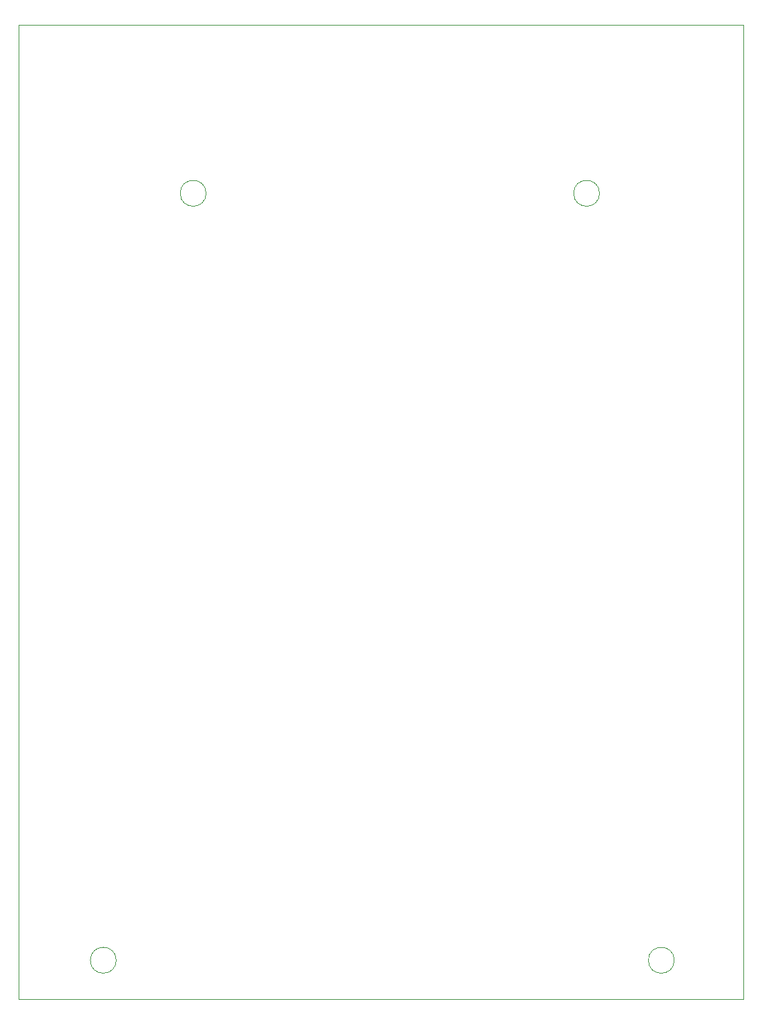
<source format=gbr>
G04 #@! TF.GenerationSoftware,KiCad,Pcbnew,(5.1.5-0-10_14)*
G04 #@! TF.CreationDate,2020-01-03T10:30:25-06:00*
G04 #@! TF.ProjectId,interface-ascii,696e7465-7266-4616-9365-2d6173636969,2.3*
G04 #@! TF.SameCoordinates,Original*
G04 #@! TF.FileFunction,Profile,NP*
%FSLAX46Y46*%
G04 Gerber Fmt 4.6, Leading zero omitted, Abs format (unit mm)*
G04 Created by KiCad (PCBNEW (5.1.5-0-10_14)) date 2020-01-03 10:30:25*
%MOMM*%
%LPD*%
G04 APERTURE LIST*
%ADD10C,0.100000*%
G04 APERTURE END LIST*
D10*
X235093500Y-84124800D02*
G75*
G03X235093500Y-84124800I-1587500J0D01*
G01*
X186833500Y-84124800D02*
G75*
G03X186833500Y-84124800I-1587500J0D01*
G01*
X175809900Y-178104800D02*
G75*
G03X175809900Y-178104800I-1587500J0D01*
G01*
X244262900Y-178104800D02*
G75*
G03X244262900Y-178104800I-1587500J0D01*
G01*
X163830000Y-63500000D02*
X252730000Y-63500000D01*
X252730000Y-63500000D02*
X252730000Y-182880000D01*
X252730000Y-182880000D02*
X163830000Y-182880000D01*
X163830000Y-182880000D02*
X163830000Y-63500000D01*
M02*

</source>
